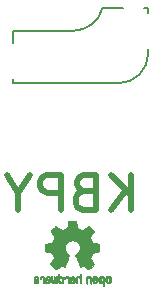
<source format=gbr>
%TF.GenerationSoftware,KiCad,Pcbnew,(5.1.6-0-10_14)*%
%TF.CreationDate,2021-03-26T09:45:15+01:00*%
%TF.ProjectId,KBPY,4b425059-2e6b-4696-9361-645f70636258,rev?*%
%TF.SameCoordinates,Original*%
%TF.FileFunction,Legend,Bot*%
%TF.FilePolarity,Positive*%
%FSLAX46Y46*%
G04 Gerber Fmt 4.6, Leading zero omitted, Abs format (unit mm)*
G04 Created by KiCad (PCBNEW (5.1.6-0-10_14)) date 2021-03-26 09:45:15*
%MOMM*%
%LPD*%
G01*
G04 APERTURE LIST*
%ADD10C,0.500000*%
%ADD11C,0.010000*%
%ADD12C,0.150000*%
G04 APERTURE END LIST*
D10*
X129801428Y-111527142D02*
X129801428Y-108527142D01*
X128087142Y-111527142D02*
X129372857Y-109812857D01*
X128087142Y-108527142D02*
X129801428Y-110241428D01*
X125801428Y-109955714D02*
X125372857Y-110098571D01*
X125230000Y-110241428D01*
X125087142Y-110527142D01*
X125087142Y-110955714D01*
X125230000Y-111241428D01*
X125372857Y-111384285D01*
X125658571Y-111527142D01*
X126801428Y-111527142D01*
X126801428Y-108527142D01*
X125801428Y-108527142D01*
X125515714Y-108670000D01*
X125372857Y-108812857D01*
X125230000Y-109098571D01*
X125230000Y-109384285D01*
X125372857Y-109670000D01*
X125515714Y-109812857D01*
X125801428Y-109955714D01*
X126801428Y-109955714D01*
X123801428Y-111527142D02*
X123801428Y-108527142D01*
X122658571Y-108527142D01*
X122372857Y-108670000D01*
X122230000Y-108812857D01*
X122087142Y-109098571D01*
X122087142Y-109527142D01*
X122230000Y-109812857D01*
X122372857Y-109955714D01*
X122658571Y-110098571D01*
X123801428Y-110098571D01*
X120230000Y-110098571D02*
X120230000Y-111527142D01*
X121230000Y-108527142D02*
X120230000Y-110098571D01*
X119230000Y-108527142D01*
D11*
%TO.C,REF\u002A\u002A*%
G36*
X127190256Y-117109918D02*
G01*
X127134799Y-117137568D01*
X127085852Y-117188480D01*
X127072371Y-117207338D01*
X127057686Y-117232015D01*
X127048158Y-117258816D01*
X127042707Y-117294587D01*
X127040253Y-117346169D01*
X127039714Y-117414267D01*
X127042148Y-117507588D01*
X127050606Y-117577657D01*
X127066826Y-117629931D01*
X127092546Y-117669869D01*
X127129503Y-117702929D01*
X127132218Y-117704886D01*
X127168640Y-117724908D01*
X127212498Y-117734815D01*
X127268276Y-117737257D01*
X127358952Y-117737257D01*
X127358990Y-117825283D01*
X127359834Y-117874308D01*
X127364976Y-117903065D01*
X127378413Y-117920311D01*
X127404142Y-117934808D01*
X127410321Y-117937769D01*
X127439236Y-117951648D01*
X127461624Y-117960414D01*
X127478271Y-117961171D01*
X127489964Y-117951023D01*
X127497490Y-117927073D01*
X127501634Y-117886426D01*
X127503185Y-117826186D01*
X127502929Y-117743455D01*
X127501651Y-117635339D01*
X127501252Y-117603000D01*
X127499815Y-117491524D01*
X127498528Y-117418603D01*
X127359029Y-117418603D01*
X127358245Y-117480499D01*
X127354760Y-117520997D01*
X127346876Y-117547708D01*
X127332895Y-117568244D01*
X127323403Y-117578260D01*
X127284596Y-117607567D01*
X127250237Y-117609952D01*
X127214784Y-117585750D01*
X127213886Y-117584857D01*
X127199461Y-117566153D01*
X127190687Y-117540732D01*
X127186261Y-117501584D01*
X127184882Y-117441697D01*
X127184857Y-117428430D01*
X127188188Y-117345901D01*
X127199031Y-117288691D01*
X127218660Y-117253766D01*
X127248350Y-117238094D01*
X127265509Y-117236514D01*
X127306234Y-117243926D01*
X127334168Y-117268330D01*
X127350983Y-117312980D01*
X127358350Y-117381130D01*
X127359029Y-117418603D01*
X127498528Y-117418603D01*
X127498292Y-117405245D01*
X127496323Y-117340333D01*
X127493550Y-117292958D01*
X127489612Y-117259290D01*
X127484151Y-117235498D01*
X127476808Y-117217753D01*
X127467223Y-117202224D01*
X127463113Y-117196381D01*
X127408595Y-117141185D01*
X127339664Y-117109890D01*
X127259928Y-117101165D01*
X127190256Y-117109918D01*
G37*
X127190256Y-117109918D02*
X127134799Y-117137568D01*
X127085852Y-117188480D01*
X127072371Y-117207338D01*
X127057686Y-117232015D01*
X127048158Y-117258816D01*
X127042707Y-117294587D01*
X127040253Y-117346169D01*
X127039714Y-117414267D01*
X127042148Y-117507588D01*
X127050606Y-117577657D01*
X127066826Y-117629931D01*
X127092546Y-117669869D01*
X127129503Y-117702929D01*
X127132218Y-117704886D01*
X127168640Y-117724908D01*
X127212498Y-117734815D01*
X127268276Y-117737257D01*
X127358952Y-117737257D01*
X127358990Y-117825283D01*
X127359834Y-117874308D01*
X127364976Y-117903065D01*
X127378413Y-117920311D01*
X127404142Y-117934808D01*
X127410321Y-117937769D01*
X127439236Y-117951648D01*
X127461624Y-117960414D01*
X127478271Y-117961171D01*
X127489964Y-117951023D01*
X127497490Y-117927073D01*
X127501634Y-117886426D01*
X127503185Y-117826186D01*
X127502929Y-117743455D01*
X127501651Y-117635339D01*
X127501252Y-117603000D01*
X127499815Y-117491524D01*
X127498528Y-117418603D01*
X127359029Y-117418603D01*
X127358245Y-117480499D01*
X127354760Y-117520997D01*
X127346876Y-117547708D01*
X127332895Y-117568244D01*
X127323403Y-117578260D01*
X127284596Y-117607567D01*
X127250237Y-117609952D01*
X127214784Y-117585750D01*
X127213886Y-117584857D01*
X127199461Y-117566153D01*
X127190687Y-117540732D01*
X127186261Y-117501584D01*
X127184882Y-117441697D01*
X127184857Y-117428430D01*
X127188188Y-117345901D01*
X127199031Y-117288691D01*
X127218660Y-117253766D01*
X127248350Y-117238094D01*
X127265509Y-117236514D01*
X127306234Y-117243926D01*
X127334168Y-117268330D01*
X127350983Y-117312980D01*
X127358350Y-117381130D01*
X127359029Y-117418603D01*
X127498528Y-117418603D01*
X127498292Y-117405245D01*
X127496323Y-117340333D01*
X127493550Y-117292958D01*
X127489612Y-117259290D01*
X127484151Y-117235498D01*
X127476808Y-117217753D01*
X127467223Y-117202224D01*
X127463113Y-117196381D01*
X127408595Y-117141185D01*
X127339664Y-117109890D01*
X127259928Y-117101165D01*
X127190256Y-117109918D01*
G36*
X126073907Y-117117780D02*
G01*
X126027328Y-117144723D01*
X125994943Y-117171466D01*
X125971258Y-117199484D01*
X125954941Y-117233748D01*
X125944661Y-117279227D01*
X125939086Y-117340892D01*
X125936884Y-117423711D01*
X125936629Y-117483246D01*
X125936629Y-117702391D01*
X125998314Y-117730044D01*
X126060000Y-117757697D01*
X126067257Y-117517670D01*
X126070256Y-117428028D01*
X126073402Y-117362962D01*
X126077299Y-117318026D01*
X126082553Y-117288770D01*
X126089769Y-117270748D01*
X126099550Y-117259511D01*
X126102688Y-117257079D01*
X126150239Y-117238083D01*
X126198303Y-117245600D01*
X126226914Y-117265543D01*
X126238553Y-117279675D01*
X126246609Y-117298220D01*
X126251729Y-117326334D01*
X126254559Y-117369173D01*
X126255744Y-117431895D01*
X126255943Y-117497261D01*
X126255982Y-117579268D01*
X126257386Y-117637316D01*
X126262086Y-117676465D01*
X126272013Y-117701780D01*
X126289097Y-117718323D01*
X126315268Y-117731156D01*
X126350225Y-117744491D01*
X126388404Y-117759007D01*
X126383859Y-117501389D01*
X126382029Y-117408519D01*
X126379888Y-117339889D01*
X126376819Y-117290711D01*
X126372206Y-117256198D01*
X126365432Y-117231562D01*
X126355881Y-117212016D01*
X126344366Y-117194770D01*
X126288810Y-117139680D01*
X126221020Y-117107822D01*
X126147287Y-117100191D01*
X126073907Y-117117780D01*
G37*
X126073907Y-117117780D02*
X126027328Y-117144723D01*
X125994943Y-117171466D01*
X125971258Y-117199484D01*
X125954941Y-117233748D01*
X125944661Y-117279227D01*
X125939086Y-117340892D01*
X125936884Y-117423711D01*
X125936629Y-117483246D01*
X125936629Y-117702391D01*
X125998314Y-117730044D01*
X126060000Y-117757697D01*
X126067257Y-117517670D01*
X126070256Y-117428028D01*
X126073402Y-117362962D01*
X126077299Y-117318026D01*
X126082553Y-117288770D01*
X126089769Y-117270748D01*
X126099550Y-117259511D01*
X126102688Y-117257079D01*
X126150239Y-117238083D01*
X126198303Y-117245600D01*
X126226914Y-117265543D01*
X126238553Y-117279675D01*
X126246609Y-117298220D01*
X126251729Y-117326334D01*
X126254559Y-117369173D01*
X126255744Y-117431895D01*
X126255943Y-117497261D01*
X126255982Y-117579268D01*
X126257386Y-117637316D01*
X126262086Y-117676465D01*
X126272013Y-117701780D01*
X126289097Y-117718323D01*
X126315268Y-117731156D01*
X126350225Y-117744491D01*
X126388404Y-117759007D01*
X126383859Y-117501389D01*
X126382029Y-117408519D01*
X126379888Y-117339889D01*
X126376819Y-117290711D01*
X126372206Y-117256198D01*
X126365432Y-117231562D01*
X126355881Y-117212016D01*
X126344366Y-117194770D01*
X126288810Y-117139680D01*
X126221020Y-117107822D01*
X126147287Y-117100191D01*
X126073907Y-117117780D01*
G36*
X127748885Y-117111962D02*
G01*
X127680855Y-117147733D01*
X127630649Y-117205301D01*
X127612815Y-117242312D01*
X127598937Y-117297882D01*
X127591833Y-117368096D01*
X127591160Y-117444727D01*
X127596573Y-117519552D01*
X127607730Y-117584342D01*
X127624286Y-117630873D01*
X127629374Y-117638887D01*
X127689645Y-117698707D01*
X127761231Y-117734535D01*
X127838908Y-117745020D01*
X127917452Y-117728810D01*
X127939311Y-117719092D01*
X127981878Y-117689143D01*
X128019237Y-117649433D01*
X128022768Y-117644397D01*
X128037119Y-117620124D01*
X128046606Y-117594178D01*
X128052210Y-117560022D01*
X128054914Y-117511119D01*
X128055701Y-117440935D01*
X128055714Y-117425200D01*
X128055678Y-117420192D01*
X127910571Y-117420192D01*
X127909727Y-117486430D01*
X127906404Y-117530386D01*
X127899417Y-117558779D01*
X127887584Y-117578325D01*
X127881543Y-117584857D01*
X127846814Y-117609680D01*
X127813097Y-117608548D01*
X127779005Y-117587016D01*
X127758671Y-117564029D01*
X127746629Y-117530478D01*
X127739866Y-117477569D01*
X127739402Y-117471399D01*
X127738248Y-117375513D01*
X127750312Y-117304299D01*
X127775430Y-117258194D01*
X127813440Y-117237635D01*
X127827008Y-117236514D01*
X127862636Y-117242152D01*
X127887006Y-117261686D01*
X127901907Y-117299042D01*
X127909125Y-117358150D01*
X127910571Y-117420192D01*
X128055678Y-117420192D01*
X128055174Y-117350413D01*
X128052904Y-117298159D01*
X128047932Y-117261949D01*
X128039287Y-117235299D01*
X128025995Y-117211722D01*
X128023057Y-117207338D01*
X127973687Y-117148249D01*
X127919891Y-117113947D01*
X127854398Y-117100331D01*
X127832158Y-117099665D01*
X127748885Y-117111962D01*
G37*
X127748885Y-117111962D02*
X127680855Y-117147733D01*
X127630649Y-117205301D01*
X127612815Y-117242312D01*
X127598937Y-117297882D01*
X127591833Y-117368096D01*
X127591160Y-117444727D01*
X127596573Y-117519552D01*
X127607730Y-117584342D01*
X127624286Y-117630873D01*
X127629374Y-117638887D01*
X127689645Y-117698707D01*
X127761231Y-117734535D01*
X127838908Y-117745020D01*
X127917452Y-117728810D01*
X127939311Y-117719092D01*
X127981878Y-117689143D01*
X128019237Y-117649433D01*
X128022768Y-117644397D01*
X128037119Y-117620124D01*
X128046606Y-117594178D01*
X128052210Y-117560022D01*
X128054914Y-117511119D01*
X128055701Y-117440935D01*
X128055714Y-117425200D01*
X128055678Y-117420192D01*
X127910571Y-117420192D01*
X127909727Y-117486430D01*
X127906404Y-117530386D01*
X127899417Y-117558779D01*
X127887584Y-117578325D01*
X127881543Y-117584857D01*
X127846814Y-117609680D01*
X127813097Y-117608548D01*
X127779005Y-117587016D01*
X127758671Y-117564029D01*
X127746629Y-117530478D01*
X127739866Y-117477569D01*
X127739402Y-117471399D01*
X127738248Y-117375513D01*
X127750312Y-117304299D01*
X127775430Y-117258194D01*
X127813440Y-117237635D01*
X127827008Y-117236514D01*
X127862636Y-117242152D01*
X127887006Y-117261686D01*
X127901907Y-117299042D01*
X127909125Y-117358150D01*
X127910571Y-117420192D01*
X128055678Y-117420192D01*
X128055174Y-117350413D01*
X128052904Y-117298159D01*
X128047932Y-117261949D01*
X128039287Y-117235299D01*
X128025995Y-117211722D01*
X128023057Y-117207338D01*
X127973687Y-117148249D01*
X127919891Y-117113947D01*
X127854398Y-117100331D01*
X127832158Y-117099665D01*
X127748885Y-117111962D01*
G36*
X126621697Y-117121239D02*
G01*
X126564473Y-117159735D01*
X126520251Y-117215335D01*
X126493833Y-117286086D01*
X126488490Y-117338162D01*
X126489097Y-117359893D01*
X126494178Y-117376531D01*
X126508145Y-117391437D01*
X126535411Y-117407973D01*
X126580388Y-117429498D01*
X126647489Y-117459374D01*
X126647829Y-117459524D01*
X126709593Y-117487813D01*
X126760241Y-117512933D01*
X126794596Y-117532179D01*
X126807482Y-117542848D01*
X126807486Y-117542934D01*
X126796128Y-117566166D01*
X126769569Y-117591774D01*
X126739077Y-117610221D01*
X126723630Y-117613886D01*
X126681485Y-117601212D01*
X126645192Y-117569471D01*
X126627483Y-117534572D01*
X126610448Y-117508845D01*
X126577078Y-117479546D01*
X126537851Y-117454235D01*
X126503244Y-117440471D01*
X126496007Y-117439714D01*
X126487861Y-117452160D01*
X126487370Y-117483972D01*
X126493357Y-117526866D01*
X126504643Y-117572558D01*
X126520050Y-117612761D01*
X126520829Y-117614322D01*
X126567196Y-117679062D01*
X126627289Y-117723097D01*
X126695535Y-117744711D01*
X126766362Y-117742185D01*
X126834196Y-117713804D01*
X126837212Y-117711808D01*
X126890573Y-117663448D01*
X126925660Y-117600352D01*
X126945078Y-117517387D01*
X126947684Y-117494078D01*
X126952299Y-117384055D01*
X126946767Y-117332748D01*
X126807486Y-117332748D01*
X126805676Y-117364753D01*
X126795778Y-117374093D01*
X126771102Y-117367105D01*
X126732205Y-117350587D01*
X126688725Y-117329881D01*
X126687644Y-117329333D01*
X126650791Y-117309949D01*
X126636000Y-117297013D01*
X126639647Y-117283451D01*
X126655005Y-117265632D01*
X126694077Y-117239845D01*
X126736154Y-117237950D01*
X126773897Y-117256717D01*
X126799966Y-117292915D01*
X126807486Y-117332748D01*
X126946767Y-117332748D01*
X126942806Y-117296027D01*
X126918450Y-117226212D01*
X126884544Y-117177302D01*
X126823347Y-117127878D01*
X126755937Y-117103359D01*
X126687120Y-117101797D01*
X126621697Y-117121239D01*
G37*
X126621697Y-117121239D02*
X126564473Y-117159735D01*
X126520251Y-117215335D01*
X126493833Y-117286086D01*
X126488490Y-117338162D01*
X126489097Y-117359893D01*
X126494178Y-117376531D01*
X126508145Y-117391437D01*
X126535411Y-117407973D01*
X126580388Y-117429498D01*
X126647489Y-117459374D01*
X126647829Y-117459524D01*
X126709593Y-117487813D01*
X126760241Y-117512933D01*
X126794596Y-117532179D01*
X126807482Y-117542848D01*
X126807486Y-117542934D01*
X126796128Y-117566166D01*
X126769569Y-117591774D01*
X126739077Y-117610221D01*
X126723630Y-117613886D01*
X126681485Y-117601212D01*
X126645192Y-117569471D01*
X126627483Y-117534572D01*
X126610448Y-117508845D01*
X126577078Y-117479546D01*
X126537851Y-117454235D01*
X126503244Y-117440471D01*
X126496007Y-117439714D01*
X126487861Y-117452160D01*
X126487370Y-117483972D01*
X126493357Y-117526866D01*
X126504643Y-117572558D01*
X126520050Y-117612761D01*
X126520829Y-117614322D01*
X126567196Y-117679062D01*
X126627289Y-117723097D01*
X126695535Y-117744711D01*
X126766362Y-117742185D01*
X126834196Y-117713804D01*
X126837212Y-117711808D01*
X126890573Y-117663448D01*
X126925660Y-117600352D01*
X126945078Y-117517387D01*
X126947684Y-117494078D01*
X126952299Y-117384055D01*
X126946767Y-117332748D01*
X126807486Y-117332748D01*
X126805676Y-117364753D01*
X126795778Y-117374093D01*
X126771102Y-117367105D01*
X126732205Y-117350587D01*
X126688725Y-117329881D01*
X126687644Y-117329333D01*
X126650791Y-117309949D01*
X126636000Y-117297013D01*
X126639647Y-117283451D01*
X126655005Y-117265632D01*
X126694077Y-117239845D01*
X126736154Y-117237950D01*
X126773897Y-117256717D01*
X126799966Y-117292915D01*
X126807486Y-117332748D01*
X126946767Y-117332748D01*
X126942806Y-117296027D01*
X126918450Y-117226212D01*
X126884544Y-117177302D01*
X126823347Y-117127878D01*
X126755937Y-117103359D01*
X126687120Y-117101797D01*
X126621697Y-117121239D01*
G36*
X125414114Y-117041289D02*
G01*
X125409861Y-117100613D01*
X125404975Y-117135572D01*
X125398205Y-117150820D01*
X125388298Y-117151015D01*
X125385086Y-117149195D01*
X125342356Y-117136015D01*
X125286773Y-117136785D01*
X125230263Y-117150333D01*
X125194918Y-117167861D01*
X125158679Y-117195861D01*
X125132187Y-117227549D01*
X125114001Y-117267813D01*
X125102678Y-117321543D01*
X125096778Y-117393626D01*
X125094857Y-117488951D01*
X125094823Y-117507237D01*
X125094800Y-117712646D01*
X125140509Y-117728580D01*
X125172973Y-117739420D01*
X125190785Y-117744468D01*
X125191309Y-117744514D01*
X125193063Y-117730828D01*
X125194556Y-117693076D01*
X125195674Y-117636224D01*
X125196303Y-117565234D01*
X125196400Y-117522073D01*
X125196602Y-117436973D01*
X125197642Y-117375981D01*
X125200169Y-117334177D01*
X125204836Y-117306642D01*
X125212293Y-117288456D01*
X125223189Y-117274698D01*
X125229993Y-117268073D01*
X125276728Y-117241375D01*
X125327728Y-117239375D01*
X125373999Y-117261955D01*
X125382556Y-117270107D01*
X125395107Y-117285436D01*
X125403812Y-117303618D01*
X125409369Y-117329909D01*
X125412474Y-117369562D01*
X125413824Y-117427832D01*
X125414114Y-117508173D01*
X125414114Y-117712646D01*
X125459823Y-117728580D01*
X125492287Y-117739420D01*
X125510099Y-117744468D01*
X125510623Y-117744514D01*
X125511963Y-117730623D01*
X125513172Y-117691439D01*
X125514199Y-117630700D01*
X125514998Y-117552141D01*
X125515519Y-117459498D01*
X125515714Y-117356509D01*
X125515714Y-116959342D01*
X125468543Y-116939444D01*
X125421371Y-116919547D01*
X125414114Y-117041289D01*
G37*
X125414114Y-117041289D02*
X125409861Y-117100613D01*
X125404975Y-117135572D01*
X125398205Y-117150820D01*
X125388298Y-117151015D01*
X125385086Y-117149195D01*
X125342356Y-117136015D01*
X125286773Y-117136785D01*
X125230263Y-117150333D01*
X125194918Y-117167861D01*
X125158679Y-117195861D01*
X125132187Y-117227549D01*
X125114001Y-117267813D01*
X125102678Y-117321543D01*
X125096778Y-117393626D01*
X125094857Y-117488951D01*
X125094823Y-117507237D01*
X125094800Y-117712646D01*
X125140509Y-117728580D01*
X125172973Y-117739420D01*
X125190785Y-117744468D01*
X125191309Y-117744514D01*
X125193063Y-117730828D01*
X125194556Y-117693076D01*
X125195674Y-117636224D01*
X125196303Y-117565234D01*
X125196400Y-117522073D01*
X125196602Y-117436973D01*
X125197642Y-117375981D01*
X125200169Y-117334177D01*
X125204836Y-117306642D01*
X125212293Y-117288456D01*
X125223189Y-117274698D01*
X125229993Y-117268073D01*
X125276728Y-117241375D01*
X125327728Y-117239375D01*
X125373999Y-117261955D01*
X125382556Y-117270107D01*
X125395107Y-117285436D01*
X125403812Y-117303618D01*
X125409369Y-117329909D01*
X125412474Y-117369562D01*
X125413824Y-117427832D01*
X125414114Y-117508173D01*
X125414114Y-117712646D01*
X125459823Y-117728580D01*
X125492287Y-117739420D01*
X125510099Y-117744468D01*
X125510623Y-117744514D01*
X125511963Y-117730623D01*
X125513172Y-117691439D01*
X125514199Y-117630700D01*
X125514998Y-117552141D01*
X125515519Y-117459498D01*
X125515714Y-117356509D01*
X125515714Y-116959342D01*
X125468543Y-116939444D01*
X125421371Y-116919547D01*
X125414114Y-117041289D01*
G36*
X124750256Y-117140968D02*
G01*
X124693384Y-117162087D01*
X124692733Y-117162493D01*
X124657560Y-117188380D01*
X124631593Y-117218633D01*
X124613330Y-117258058D01*
X124601268Y-117311462D01*
X124593904Y-117383651D01*
X124589736Y-117479432D01*
X124589371Y-117493078D01*
X124584124Y-117698842D01*
X124628284Y-117721678D01*
X124660237Y-117737110D01*
X124679530Y-117744423D01*
X124680422Y-117744514D01*
X124683761Y-117731022D01*
X124686413Y-117694626D01*
X124688044Y-117641452D01*
X124688400Y-117598393D01*
X124688408Y-117528641D01*
X124691597Y-117484837D01*
X124702712Y-117463944D01*
X124726499Y-117462925D01*
X124767704Y-117478741D01*
X124829914Y-117507815D01*
X124875659Y-117531963D01*
X124899187Y-117552913D01*
X124906104Y-117575747D01*
X124906114Y-117576877D01*
X124894701Y-117616212D01*
X124860908Y-117637462D01*
X124809191Y-117640539D01*
X124771939Y-117640006D01*
X124752297Y-117650735D01*
X124740048Y-117676505D01*
X124732998Y-117709337D01*
X124743158Y-117727966D01*
X124746983Y-117730632D01*
X124782999Y-117741340D01*
X124833434Y-117742856D01*
X124885374Y-117735759D01*
X124922178Y-117722788D01*
X124973062Y-117679585D01*
X125001986Y-117619446D01*
X125007714Y-117572462D01*
X125003343Y-117530082D01*
X124987525Y-117495488D01*
X124956203Y-117464763D01*
X124905322Y-117433990D01*
X124830824Y-117399252D01*
X124826286Y-117397288D01*
X124759179Y-117366287D01*
X124717768Y-117340862D01*
X124700019Y-117318014D01*
X124703893Y-117294745D01*
X124727357Y-117268056D01*
X124734373Y-117261914D01*
X124781370Y-117238100D01*
X124830067Y-117239103D01*
X124872478Y-117262451D01*
X124900616Y-117305675D01*
X124903231Y-117314160D01*
X124928692Y-117355308D01*
X124960999Y-117375128D01*
X125007714Y-117394770D01*
X125007714Y-117343950D01*
X124993504Y-117270082D01*
X124951325Y-117202327D01*
X124929376Y-117179661D01*
X124879483Y-117150569D01*
X124816033Y-117137400D01*
X124750256Y-117140968D01*
G37*
X124750256Y-117140968D02*
X124693384Y-117162087D01*
X124692733Y-117162493D01*
X124657560Y-117188380D01*
X124631593Y-117218633D01*
X124613330Y-117258058D01*
X124601268Y-117311462D01*
X124593904Y-117383651D01*
X124589736Y-117479432D01*
X124589371Y-117493078D01*
X124584124Y-117698842D01*
X124628284Y-117721678D01*
X124660237Y-117737110D01*
X124679530Y-117744423D01*
X124680422Y-117744514D01*
X124683761Y-117731022D01*
X124686413Y-117694626D01*
X124688044Y-117641452D01*
X124688400Y-117598393D01*
X124688408Y-117528641D01*
X124691597Y-117484837D01*
X124702712Y-117463944D01*
X124726499Y-117462925D01*
X124767704Y-117478741D01*
X124829914Y-117507815D01*
X124875659Y-117531963D01*
X124899187Y-117552913D01*
X124906104Y-117575747D01*
X124906114Y-117576877D01*
X124894701Y-117616212D01*
X124860908Y-117637462D01*
X124809191Y-117640539D01*
X124771939Y-117640006D01*
X124752297Y-117650735D01*
X124740048Y-117676505D01*
X124732998Y-117709337D01*
X124743158Y-117727966D01*
X124746983Y-117730632D01*
X124782999Y-117741340D01*
X124833434Y-117742856D01*
X124885374Y-117735759D01*
X124922178Y-117722788D01*
X124973062Y-117679585D01*
X125001986Y-117619446D01*
X125007714Y-117572462D01*
X125003343Y-117530082D01*
X124987525Y-117495488D01*
X124956203Y-117464763D01*
X124905322Y-117433990D01*
X124830824Y-117399252D01*
X124826286Y-117397288D01*
X124759179Y-117366287D01*
X124717768Y-117340862D01*
X124700019Y-117318014D01*
X124703893Y-117294745D01*
X124727357Y-117268056D01*
X124734373Y-117261914D01*
X124781370Y-117238100D01*
X124830067Y-117239103D01*
X124872478Y-117262451D01*
X124900616Y-117305675D01*
X124903231Y-117314160D01*
X124928692Y-117355308D01*
X124960999Y-117375128D01*
X125007714Y-117394770D01*
X125007714Y-117343950D01*
X124993504Y-117270082D01*
X124951325Y-117202327D01*
X124929376Y-117179661D01*
X124879483Y-117150569D01*
X124816033Y-117137400D01*
X124750256Y-117140968D01*
G36*
X124260074Y-117139755D02*
G01*
X124194142Y-117164084D01*
X124140727Y-117207117D01*
X124119836Y-117237409D01*
X124097061Y-117292994D01*
X124097534Y-117333186D01*
X124121438Y-117360217D01*
X124130283Y-117364813D01*
X124168470Y-117379144D01*
X124187972Y-117375472D01*
X124194578Y-117351407D01*
X124194914Y-117338114D01*
X124207008Y-117289210D01*
X124238529Y-117254999D01*
X124282341Y-117238476D01*
X124331305Y-117242634D01*
X124371106Y-117264227D01*
X124384550Y-117276544D01*
X124394079Y-117291487D01*
X124400515Y-117314075D01*
X124404683Y-117349328D01*
X124407403Y-117402266D01*
X124409498Y-117477907D01*
X124410040Y-117501857D01*
X124412019Y-117583790D01*
X124414269Y-117641455D01*
X124417643Y-117679608D01*
X124422994Y-117703004D01*
X124431176Y-117716398D01*
X124443041Y-117724545D01*
X124450638Y-117728144D01*
X124482898Y-117740452D01*
X124501889Y-117744514D01*
X124508164Y-117730948D01*
X124511994Y-117689934D01*
X124513400Y-117620999D01*
X124512402Y-117523669D01*
X124512092Y-117508657D01*
X124509899Y-117419859D01*
X124507307Y-117355019D01*
X124503618Y-117309067D01*
X124498136Y-117276935D01*
X124490165Y-117253553D01*
X124479007Y-117233852D01*
X124473170Y-117225410D01*
X124439704Y-117188057D01*
X124402273Y-117159003D01*
X124397691Y-117156467D01*
X124330574Y-117136443D01*
X124260074Y-117139755D01*
G37*
X124260074Y-117139755D02*
X124194142Y-117164084D01*
X124140727Y-117207117D01*
X124119836Y-117237409D01*
X124097061Y-117292994D01*
X124097534Y-117333186D01*
X124121438Y-117360217D01*
X124130283Y-117364813D01*
X124168470Y-117379144D01*
X124187972Y-117375472D01*
X124194578Y-117351407D01*
X124194914Y-117338114D01*
X124207008Y-117289210D01*
X124238529Y-117254999D01*
X124282341Y-117238476D01*
X124331305Y-117242634D01*
X124371106Y-117264227D01*
X124384550Y-117276544D01*
X124394079Y-117291487D01*
X124400515Y-117314075D01*
X124404683Y-117349328D01*
X124407403Y-117402266D01*
X124409498Y-117477907D01*
X124410040Y-117501857D01*
X124412019Y-117583790D01*
X124414269Y-117641455D01*
X124417643Y-117679608D01*
X124422994Y-117703004D01*
X124431176Y-117716398D01*
X124443041Y-117724545D01*
X124450638Y-117728144D01*
X124482898Y-117740452D01*
X124501889Y-117744514D01*
X124508164Y-117730948D01*
X124511994Y-117689934D01*
X124513400Y-117620999D01*
X124512402Y-117523669D01*
X124512092Y-117508657D01*
X124509899Y-117419859D01*
X124507307Y-117355019D01*
X124503618Y-117309067D01*
X124498136Y-117276935D01*
X124490165Y-117253553D01*
X124479007Y-117233852D01*
X124473170Y-117225410D01*
X124439704Y-117188057D01*
X124402273Y-117159003D01*
X124397691Y-117156467D01*
X124330574Y-117136443D01*
X124260074Y-117139755D01*
G36*
X123599883Y-117255358D02*
G01*
X123600067Y-117363837D01*
X123600781Y-117447287D01*
X123602325Y-117509704D01*
X123604999Y-117555085D01*
X123609106Y-117587429D01*
X123614945Y-117610733D01*
X123622818Y-117628995D01*
X123628779Y-117639418D01*
X123678145Y-117695945D01*
X123740736Y-117731377D01*
X123809987Y-117744090D01*
X123879332Y-117732463D01*
X123920625Y-117711568D01*
X123963975Y-117675422D01*
X123993519Y-117631276D01*
X124011345Y-117573462D01*
X124019537Y-117496313D01*
X124020698Y-117439714D01*
X124020542Y-117435647D01*
X123919143Y-117435647D01*
X123918524Y-117500550D01*
X123915686Y-117543514D01*
X123909160Y-117571622D01*
X123897477Y-117591953D01*
X123883517Y-117607288D01*
X123836635Y-117636890D01*
X123786299Y-117639419D01*
X123738724Y-117614705D01*
X123735021Y-117611356D01*
X123719217Y-117593935D01*
X123709307Y-117573209D01*
X123703942Y-117542362D01*
X123701772Y-117494577D01*
X123701429Y-117441748D01*
X123702173Y-117375381D01*
X123705252Y-117331106D01*
X123711939Y-117302009D01*
X123723504Y-117281173D01*
X123732987Y-117270107D01*
X123777040Y-117242198D01*
X123827776Y-117238843D01*
X123876204Y-117260159D01*
X123885550Y-117268073D01*
X123901460Y-117285647D01*
X123911390Y-117306587D01*
X123916722Y-117337782D01*
X123918837Y-117386122D01*
X123919143Y-117435647D01*
X124020542Y-117435647D01*
X124017190Y-117348568D01*
X124005274Y-117280086D01*
X123982865Y-117228600D01*
X123947876Y-117188443D01*
X123920625Y-117167861D01*
X123871093Y-117145625D01*
X123813684Y-117135304D01*
X123760318Y-117138067D01*
X123730457Y-117149212D01*
X123718739Y-117152383D01*
X123710963Y-117140557D01*
X123705535Y-117108866D01*
X123701429Y-117060593D01*
X123696933Y-117006829D01*
X123690687Y-116974482D01*
X123679324Y-116955985D01*
X123659472Y-116943770D01*
X123647000Y-116938362D01*
X123599829Y-116918601D01*
X123599883Y-117255358D01*
G37*
X123599883Y-117255358D02*
X123600067Y-117363837D01*
X123600781Y-117447287D01*
X123602325Y-117509704D01*
X123604999Y-117555085D01*
X123609106Y-117587429D01*
X123614945Y-117610733D01*
X123622818Y-117628995D01*
X123628779Y-117639418D01*
X123678145Y-117695945D01*
X123740736Y-117731377D01*
X123809987Y-117744090D01*
X123879332Y-117732463D01*
X123920625Y-117711568D01*
X123963975Y-117675422D01*
X123993519Y-117631276D01*
X124011345Y-117573462D01*
X124019537Y-117496313D01*
X124020698Y-117439714D01*
X124020542Y-117435647D01*
X123919143Y-117435647D01*
X123918524Y-117500550D01*
X123915686Y-117543514D01*
X123909160Y-117571622D01*
X123897477Y-117591953D01*
X123883517Y-117607288D01*
X123836635Y-117636890D01*
X123786299Y-117639419D01*
X123738724Y-117614705D01*
X123735021Y-117611356D01*
X123719217Y-117593935D01*
X123709307Y-117573209D01*
X123703942Y-117542362D01*
X123701772Y-117494577D01*
X123701429Y-117441748D01*
X123702173Y-117375381D01*
X123705252Y-117331106D01*
X123711939Y-117302009D01*
X123723504Y-117281173D01*
X123732987Y-117270107D01*
X123777040Y-117242198D01*
X123827776Y-117238843D01*
X123876204Y-117260159D01*
X123885550Y-117268073D01*
X123901460Y-117285647D01*
X123911390Y-117306587D01*
X123916722Y-117337782D01*
X123918837Y-117386122D01*
X123919143Y-117435647D01*
X124020542Y-117435647D01*
X124017190Y-117348568D01*
X124005274Y-117280086D01*
X123982865Y-117228600D01*
X123947876Y-117188443D01*
X123920625Y-117167861D01*
X123871093Y-117145625D01*
X123813684Y-117135304D01*
X123760318Y-117138067D01*
X123730457Y-117149212D01*
X123718739Y-117152383D01*
X123710963Y-117140557D01*
X123705535Y-117108866D01*
X123701429Y-117060593D01*
X123696933Y-117006829D01*
X123690687Y-116974482D01*
X123679324Y-116955985D01*
X123659472Y-116943770D01*
X123647000Y-116938362D01*
X123599829Y-116918601D01*
X123599883Y-117255358D01*
G36*
X123010167Y-117148663D02*
G01*
X123007952Y-117186850D01*
X123006216Y-117244886D01*
X123005101Y-117318180D01*
X123004743Y-117395055D01*
X123004743Y-117655196D01*
X123050674Y-117701127D01*
X123082325Y-117729429D01*
X123110110Y-117740893D01*
X123148085Y-117740168D01*
X123163160Y-117738321D01*
X123210274Y-117732948D01*
X123249244Y-117729869D01*
X123258743Y-117729585D01*
X123290767Y-117731445D01*
X123336568Y-117736114D01*
X123354326Y-117738321D01*
X123397943Y-117741735D01*
X123427255Y-117734320D01*
X123456320Y-117711427D01*
X123466812Y-117701127D01*
X123512743Y-117655196D01*
X123512743Y-117168602D01*
X123475774Y-117151758D01*
X123443941Y-117139282D01*
X123425317Y-117134914D01*
X123420542Y-117148718D01*
X123416079Y-117187286D01*
X123412225Y-117246356D01*
X123409278Y-117321663D01*
X123407857Y-117385286D01*
X123403886Y-117635657D01*
X123369241Y-117640556D01*
X123337732Y-117637131D01*
X123322292Y-117626041D01*
X123317977Y-117605308D01*
X123314292Y-117561145D01*
X123311531Y-117499146D01*
X123309988Y-117424909D01*
X123309765Y-117386706D01*
X123309543Y-117166783D01*
X123263834Y-117150849D01*
X123231482Y-117140015D01*
X123213885Y-117134962D01*
X123213377Y-117134914D01*
X123211612Y-117148648D01*
X123209671Y-117186730D01*
X123207718Y-117244482D01*
X123205916Y-117317227D01*
X123204657Y-117385286D01*
X123200686Y-117635657D01*
X123113600Y-117635657D01*
X123109604Y-117407240D01*
X123105608Y-117178822D01*
X123063153Y-117156868D01*
X123031808Y-117141793D01*
X123013256Y-117134951D01*
X123012721Y-117134914D01*
X123010167Y-117148663D01*
G37*
X123010167Y-117148663D02*
X123007952Y-117186850D01*
X123006216Y-117244886D01*
X123005101Y-117318180D01*
X123004743Y-117395055D01*
X123004743Y-117655196D01*
X123050674Y-117701127D01*
X123082325Y-117729429D01*
X123110110Y-117740893D01*
X123148085Y-117740168D01*
X123163160Y-117738321D01*
X123210274Y-117732948D01*
X123249244Y-117729869D01*
X123258743Y-117729585D01*
X123290767Y-117731445D01*
X123336568Y-117736114D01*
X123354326Y-117738321D01*
X123397943Y-117741735D01*
X123427255Y-117734320D01*
X123456320Y-117711427D01*
X123466812Y-117701127D01*
X123512743Y-117655196D01*
X123512743Y-117168602D01*
X123475774Y-117151758D01*
X123443941Y-117139282D01*
X123425317Y-117134914D01*
X123420542Y-117148718D01*
X123416079Y-117187286D01*
X123412225Y-117246356D01*
X123409278Y-117321663D01*
X123407857Y-117385286D01*
X123403886Y-117635657D01*
X123369241Y-117640556D01*
X123337732Y-117637131D01*
X123322292Y-117626041D01*
X123317977Y-117605308D01*
X123314292Y-117561145D01*
X123311531Y-117499146D01*
X123309988Y-117424909D01*
X123309765Y-117386706D01*
X123309543Y-117166783D01*
X123263834Y-117150849D01*
X123231482Y-117140015D01*
X123213885Y-117134962D01*
X123213377Y-117134914D01*
X123211612Y-117148648D01*
X123209671Y-117186730D01*
X123207718Y-117244482D01*
X123205916Y-117317227D01*
X123204657Y-117385286D01*
X123200686Y-117635657D01*
X123113600Y-117635657D01*
X123109604Y-117407240D01*
X123105608Y-117178822D01*
X123063153Y-117156868D01*
X123031808Y-117141793D01*
X123013256Y-117134951D01*
X123012721Y-117134914D01*
X123010167Y-117148663D01*
G36*
X122645124Y-117146335D02*
G01*
X122603333Y-117165344D01*
X122570531Y-117188378D01*
X122546497Y-117214133D01*
X122529903Y-117247358D01*
X122519423Y-117292800D01*
X122513729Y-117355207D01*
X122511493Y-117439327D01*
X122511257Y-117494721D01*
X122511257Y-117710826D01*
X122548226Y-117727670D01*
X122577344Y-117739981D01*
X122591769Y-117744514D01*
X122594528Y-117731025D01*
X122596718Y-117694653D01*
X122598058Y-117641542D01*
X122598343Y-117599372D01*
X122599566Y-117538447D01*
X122602864Y-117490115D01*
X122607679Y-117460518D01*
X122611504Y-117454229D01*
X122637217Y-117460652D01*
X122677582Y-117477125D01*
X122724321Y-117499458D01*
X122769155Y-117523457D01*
X122803807Y-117544930D01*
X122819998Y-117559685D01*
X122820062Y-117559845D01*
X122818670Y-117587152D01*
X122806182Y-117613219D01*
X122784257Y-117634392D01*
X122752257Y-117641474D01*
X122724908Y-117640649D01*
X122686174Y-117640042D01*
X122665842Y-117649116D01*
X122653631Y-117673092D01*
X122652091Y-117677613D01*
X122646797Y-117711806D01*
X122660953Y-117732568D01*
X122697852Y-117742462D01*
X122737711Y-117744292D01*
X122809438Y-117730727D01*
X122846568Y-117711355D01*
X122892424Y-117665845D01*
X122916744Y-117609983D01*
X122918927Y-117550957D01*
X122898371Y-117495953D01*
X122867451Y-117461486D01*
X122836580Y-117442189D01*
X122788058Y-117417759D01*
X122731515Y-117392985D01*
X122722090Y-117389199D01*
X122659981Y-117361791D01*
X122624178Y-117337634D01*
X122612663Y-117313619D01*
X122623420Y-117286635D01*
X122641886Y-117265543D01*
X122685531Y-117239572D01*
X122733554Y-117237624D01*
X122777594Y-117257637D01*
X122809291Y-117297551D01*
X122813451Y-117307848D01*
X122837673Y-117345724D01*
X122873035Y-117373842D01*
X122917657Y-117396917D01*
X122917657Y-117331485D01*
X122915031Y-117291506D01*
X122903770Y-117259997D01*
X122878801Y-117226378D01*
X122854831Y-117200484D01*
X122817559Y-117163817D01*
X122788599Y-117144121D01*
X122757495Y-117136220D01*
X122722287Y-117134914D01*
X122645124Y-117146335D01*
G37*
X122645124Y-117146335D02*
X122603333Y-117165344D01*
X122570531Y-117188378D01*
X122546497Y-117214133D01*
X122529903Y-117247358D01*
X122519423Y-117292800D01*
X122513729Y-117355207D01*
X122511493Y-117439327D01*
X122511257Y-117494721D01*
X122511257Y-117710826D01*
X122548226Y-117727670D01*
X122577344Y-117739981D01*
X122591769Y-117744514D01*
X122594528Y-117731025D01*
X122596718Y-117694653D01*
X122598058Y-117641542D01*
X122598343Y-117599372D01*
X122599566Y-117538447D01*
X122602864Y-117490115D01*
X122607679Y-117460518D01*
X122611504Y-117454229D01*
X122637217Y-117460652D01*
X122677582Y-117477125D01*
X122724321Y-117499458D01*
X122769155Y-117523457D01*
X122803807Y-117544930D01*
X122819998Y-117559685D01*
X122820062Y-117559845D01*
X122818670Y-117587152D01*
X122806182Y-117613219D01*
X122784257Y-117634392D01*
X122752257Y-117641474D01*
X122724908Y-117640649D01*
X122686174Y-117640042D01*
X122665842Y-117649116D01*
X122653631Y-117673092D01*
X122652091Y-117677613D01*
X122646797Y-117711806D01*
X122660953Y-117732568D01*
X122697852Y-117742462D01*
X122737711Y-117744292D01*
X122809438Y-117730727D01*
X122846568Y-117711355D01*
X122892424Y-117665845D01*
X122916744Y-117609983D01*
X122918927Y-117550957D01*
X122898371Y-117495953D01*
X122867451Y-117461486D01*
X122836580Y-117442189D01*
X122788058Y-117417759D01*
X122731515Y-117392985D01*
X122722090Y-117389199D01*
X122659981Y-117361791D01*
X122624178Y-117337634D01*
X122612663Y-117313619D01*
X122623420Y-117286635D01*
X122641886Y-117265543D01*
X122685531Y-117239572D01*
X122733554Y-117237624D01*
X122777594Y-117257637D01*
X122809291Y-117297551D01*
X122813451Y-117307848D01*
X122837673Y-117345724D01*
X122873035Y-117373842D01*
X122917657Y-117396917D01*
X122917657Y-117331485D01*
X122915031Y-117291506D01*
X122903770Y-117259997D01*
X122878801Y-117226378D01*
X122854831Y-117200484D01*
X122817559Y-117163817D01*
X122788599Y-117144121D01*
X122757495Y-117136220D01*
X122722287Y-117134914D01*
X122645124Y-117146335D01*
G36*
X122137400Y-117148752D02*
G01*
X122120052Y-117156334D01*
X122078644Y-117189128D01*
X122043235Y-117236547D01*
X122021336Y-117287151D01*
X122017771Y-117312098D01*
X122029721Y-117346927D01*
X122055933Y-117365357D01*
X122084036Y-117376516D01*
X122096905Y-117378572D01*
X122103171Y-117363649D01*
X122115544Y-117331175D01*
X122120972Y-117316502D01*
X122151410Y-117265744D01*
X122195480Y-117240427D01*
X122251990Y-117241206D01*
X122256175Y-117242203D01*
X122286345Y-117256507D01*
X122308524Y-117284393D01*
X122323673Y-117329287D01*
X122332750Y-117394615D01*
X122336714Y-117483804D01*
X122337086Y-117531261D01*
X122337270Y-117606071D01*
X122338478Y-117657069D01*
X122341691Y-117689471D01*
X122347891Y-117708495D01*
X122358060Y-117719356D01*
X122373181Y-117727272D01*
X122374054Y-117727670D01*
X122403172Y-117739981D01*
X122417597Y-117744514D01*
X122419814Y-117730809D01*
X122421711Y-117692925D01*
X122423153Y-117635715D01*
X122424002Y-117564027D01*
X122424171Y-117511565D01*
X122423308Y-117410047D01*
X122419930Y-117333032D01*
X122412858Y-117276023D01*
X122400912Y-117234526D01*
X122382910Y-117204043D01*
X122357673Y-117180080D01*
X122332753Y-117163355D01*
X122272829Y-117141097D01*
X122203089Y-117136076D01*
X122137400Y-117148752D01*
G37*
X122137400Y-117148752D02*
X122120052Y-117156334D01*
X122078644Y-117189128D01*
X122043235Y-117236547D01*
X122021336Y-117287151D01*
X122017771Y-117312098D01*
X122029721Y-117346927D01*
X122055933Y-117365357D01*
X122084036Y-117376516D01*
X122096905Y-117378572D01*
X122103171Y-117363649D01*
X122115544Y-117331175D01*
X122120972Y-117316502D01*
X122151410Y-117265744D01*
X122195480Y-117240427D01*
X122251990Y-117241206D01*
X122256175Y-117242203D01*
X122286345Y-117256507D01*
X122308524Y-117284393D01*
X122323673Y-117329287D01*
X122332750Y-117394615D01*
X122336714Y-117483804D01*
X122337086Y-117531261D01*
X122337270Y-117606071D01*
X122338478Y-117657069D01*
X122341691Y-117689471D01*
X122347891Y-117708495D01*
X122358060Y-117719356D01*
X122373181Y-117727272D01*
X122374054Y-117727670D01*
X122403172Y-117739981D01*
X122417597Y-117744514D01*
X122419814Y-117730809D01*
X122421711Y-117692925D01*
X122423153Y-117635715D01*
X122424002Y-117564027D01*
X122424171Y-117511565D01*
X122423308Y-117410047D01*
X122419930Y-117333032D01*
X122412858Y-117276023D01*
X122400912Y-117234526D01*
X122382910Y-117204043D01*
X122357673Y-117180080D01*
X122332753Y-117163355D01*
X122272829Y-117141097D01*
X122203089Y-117136076D01*
X122137400Y-117148752D01*
G36*
X121636405Y-117156966D02*
G01*
X121578979Y-117194497D01*
X121551281Y-117228096D01*
X121529338Y-117289064D01*
X121527595Y-117337308D01*
X121531543Y-117401816D01*
X121680314Y-117466934D01*
X121752651Y-117500202D01*
X121799916Y-117526964D01*
X121824493Y-117550144D01*
X121828763Y-117572667D01*
X121815111Y-117597455D01*
X121800057Y-117613886D01*
X121756254Y-117640235D01*
X121708611Y-117642081D01*
X121664855Y-117621546D01*
X121632711Y-117580752D01*
X121626962Y-117566347D01*
X121599424Y-117521356D01*
X121567742Y-117502182D01*
X121524286Y-117485779D01*
X121524286Y-117547966D01*
X121528128Y-117590283D01*
X121543177Y-117625969D01*
X121574720Y-117666943D01*
X121579408Y-117672267D01*
X121614494Y-117708720D01*
X121644653Y-117728283D01*
X121682385Y-117737283D01*
X121713665Y-117740230D01*
X121769615Y-117740965D01*
X121809445Y-117731660D01*
X121834292Y-117717846D01*
X121873344Y-117687467D01*
X121900375Y-117654613D01*
X121917483Y-117613294D01*
X121926762Y-117557521D01*
X121930307Y-117481305D01*
X121930590Y-117442622D01*
X121929628Y-117396247D01*
X121841993Y-117396247D01*
X121840977Y-117421126D01*
X121838444Y-117425200D01*
X121821726Y-117419665D01*
X121785751Y-117405017D01*
X121737669Y-117384190D01*
X121727614Y-117379714D01*
X121666848Y-117348814D01*
X121633368Y-117321657D01*
X121626010Y-117296220D01*
X121643609Y-117270481D01*
X121658144Y-117259109D01*
X121710590Y-117236364D01*
X121759678Y-117240122D01*
X121800773Y-117267884D01*
X121829242Y-117317152D01*
X121838369Y-117356257D01*
X121841993Y-117396247D01*
X121929628Y-117396247D01*
X121928715Y-117352249D01*
X121921804Y-117285384D01*
X121908116Y-117236695D01*
X121885904Y-117200849D01*
X121853426Y-117172513D01*
X121839267Y-117163355D01*
X121774947Y-117139507D01*
X121704527Y-117138006D01*
X121636405Y-117156966D01*
G37*
X121636405Y-117156966D02*
X121578979Y-117194497D01*
X121551281Y-117228096D01*
X121529338Y-117289064D01*
X121527595Y-117337308D01*
X121531543Y-117401816D01*
X121680314Y-117466934D01*
X121752651Y-117500202D01*
X121799916Y-117526964D01*
X121824493Y-117550144D01*
X121828763Y-117572667D01*
X121815111Y-117597455D01*
X121800057Y-117613886D01*
X121756254Y-117640235D01*
X121708611Y-117642081D01*
X121664855Y-117621546D01*
X121632711Y-117580752D01*
X121626962Y-117566347D01*
X121599424Y-117521356D01*
X121567742Y-117502182D01*
X121524286Y-117485779D01*
X121524286Y-117547966D01*
X121528128Y-117590283D01*
X121543177Y-117625969D01*
X121574720Y-117666943D01*
X121579408Y-117672267D01*
X121614494Y-117708720D01*
X121644653Y-117728283D01*
X121682385Y-117737283D01*
X121713665Y-117740230D01*
X121769615Y-117740965D01*
X121809445Y-117731660D01*
X121834292Y-117717846D01*
X121873344Y-117687467D01*
X121900375Y-117654613D01*
X121917483Y-117613294D01*
X121926762Y-117557521D01*
X121930307Y-117481305D01*
X121930590Y-117442622D01*
X121929628Y-117396247D01*
X121841993Y-117396247D01*
X121840977Y-117421126D01*
X121838444Y-117425200D01*
X121821726Y-117419665D01*
X121785751Y-117405017D01*
X121737669Y-117384190D01*
X121727614Y-117379714D01*
X121666848Y-117348814D01*
X121633368Y-117321657D01*
X121626010Y-117296220D01*
X121643609Y-117270481D01*
X121658144Y-117259109D01*
X121710590Y-117236364D01*
X121759678Y-117240122D01*
X121800773Y-117267884D01*
X121829242Y-117317152D01*
X121838369Y-117356257D01*
X121841993Y-117396247D01*
X121929628Y-117396247D01*
X121928715Y-117352249D01*
X121921804Y-117285384D01*
X121908116Y-117236695D01*
X121885904Y-117200849D01*
X121853426Y-117172513D01*
X121839267Y-117163355D01*
X121774947Y-117139507D01*
X121704527Y-117138006D01*
X121636405Y-117156966D01*
G36*
X124686090Y-112432348D02*
G01*
X124607546Y-112432778D01*
X124550702Y-112433942D01*
X124511895Y-112436207D01*
X124487462Y-112439940D01*
X124473738Y-112445506D01*
X124467060Y-112453273D01*
X124463764Y-112463605D01*
X124463444Y-112464943D01*
X124458438Y-112489079D01*
X124449171Y-112536701D01*
X124436608Y-112602741D01*
X124421713Y-112682128D01*
X124405449Y-112769796D01*
X124404881Y-112772875D01*
X124388590Y-112858789D01*
X124373348Y-112934696D01*
X124360139Y-112996045D01*
X124349946Y-113038282D01*
X124343752Y-113056855D01*
X124343457Y-113057184D01*
X124325212Y-113066253D01*
X124287595Y-113081367D01*
X124238729Y-113099262D01*
X124238457Y-113099358D01*
X124176907Y-113122493D01*
X124104343Y-113151965D01*
X124035943Y-113181597D01*
X124032706Y-113183062D01*
X123921298Y-113233626D01*
X123674601Y-113065160D01*
X123598923Y-113013803D01*
X123530369Y-112967889D01*
X123472912Y-112930030D01*
X123430524Y-112902837D01*
X123407175Y-112888921D01*
X123404958Y-112887889D01*
X123387990Y-112892484D01*
X123356299Y-112914655D01*
X123308648Y-112955447D01*
X123243802Y-113015905D01*
X123177603Y-113080227D01*
X123113786Y-113143612D01*
X123056671Y-113201451D01*
X123009695Y-113250175D01*
X122976297Y-113286210D01*
X122959915Y-113305984D01*
X122959306Y-113307002D01*
X122957495Y-113320572D01*
X122964317Y-113342733D01*
X122981460Y-113376478D01*
X123010607Y-113424800D01*
X123053445Y-113490692D01*
X123110552Y-113575517D01*
X123161234Y-113650177D01*
X123206539Y-113717140D01*
X123243850Y-113772516D01*
X123270548Y-113812420D01*
X123284015Y-113832962D01*
X123284863Y-113834356D01*
X123283219Y-113854038D01*
X123270755Y-113892293D01*
X123249952Y-113941889D01*
X123242538Y-113957728D01*
X123210186Y-114028290D01*
X123175672Y-114108353D01*
X123147635Y-114177629D01*
X123127432Y-114229045D01*
X123111385Y-114268119D01*
X123102112Y-114288541D01*
X123100959Y-114290114D01*
X123083904Y-114292721D01*
X123043702Y-114299863D01*
X122985698Y-114310523D01*
X122915237Y-114323685D01*
X122837665Y-114338333D01*
X122758328Y-114353449D01*
X122682569Y-114368018D01*
X122615736Y-114381022D01*
X122563172Y-114391445D01*
X122530224Y-114398270D01*
X122522143Y-114400199D01*
X122513795Y-114404962D01*
X122507494Y-114415718D01*
X122502955Y-114436098D01*
X122499896Y-114469734D01*
X122498033Y-114520255D01*
X122497082Y-114591292D01*
X122496760Y-114686476D01*
X122496743Y-114725492D01*
X122496743Y-115042799D01*
X122572943Y-115057839D01*
X122615337Y-115065995D01*
X122678600Y-115077899D01*
X122755038Y-115092116D01*
X122836957Y-115107210D01*
X122859600Y-115111355D01*
X122935194Y-115126053D01*
X123001047Y-115140505D01*
X123051634Y-115153375D01*
X123081426Y-115163322D01*
X123086388Y-115166287D01*
X123098574Y-115187283D01*
X123116047Y-115227967D01*
X123135423Y-115280322D01*
X123139266Y-115291600D01*
X123164661Y-115361523D01*
X123196183Y-115440418D01*
X123227031Y-115511266D01*
X123227183Y-115511595D01*
X123278553Y-115622733D01*
X123109601Y-115871253D01*
X122940648Y-116119772D01*
X123157571Y-116337058D01*
X123223181Y-116401726D01*
X123283021Y-116458733D01*
X123333733Y-116505033D01*
X123371954Y-116537584D01*
X123394325Y-116553343D01*
X123397534Y-116554343D01*
X123416374Y-116546469D01*
X123454820Y-116524578D01*
X123508670Y-116491267D01*
X123573724Y-116449131D01*
X123644060Y-116401943D01*
X123715445Y-116353810D01*
X123779092Y-116311928D01*
X123830959Y-116278871D01*
X123867005Y-116257218D01*
X123883133Y-116249543D01*
X123902811Y-116256037D01*
X123940125Y-116273150D01*
X123987379Y-116297326D01*
X123992388Y-116300013D01*
X124056023Y-116331927D01*
X124099659Y-116347579D01*
X124126798Y-116347745D01*
X124140943Y-116333204D01*
X124141025Y-116333000D01*
X124148095Y-116315779D01*
X124164958Y-116274899D01*
X124190305Y-116213525D01*
X124222829Y-116134819D01*
X124261222Y-116041947D01*
X124304178Y-115938072D01*
X124345778Y-115837502D01*
X124391496Y-115726516D01*
X124433474Y-115623703D01*
X124470452Y-115532215D01*
X124501173Y-115455201D01*
X124524378Y-115395815D01*
X124538810Y-115357209D01*
X124543257Y-115342800D01*
X124532104Y-115326272D01*
X124502931Y-115299930D01*
X124464029Y-115270887D01*
X124353243Y-115179039D01*
X124266649Y-115073759D01*
X124205284Y-114957266D01*
X124170185Y-114831776D01*
X124162392Y-114699507D01*
X124168057Y-114638457D01*
X124198922Y-114511795D01*
X124252080Y-114399941D01*
X124324233Y-114304001D01*
X124412083Y-114225076D01*
X124512335Y-114164270D01*
X124621690Y-114122687D01*
X124736853Y-114101428D01*
X124854525Y-114101599D01*
X124971410Y-114124301D01*
X125084211Y-114170638D01*
X125189631Y-114241713D01*
X125233632Y-114281911D01*
X125318021Y-114385129D01*
X125376778Y-114497925D01*
X125410296Y-114617010D01*
X125418965Y-114739095D01*
X125403177Y-114860893D01*
X125363322Y-114979116D01*
X125299793Y-115090475D01*
X125212979Y-115191684D01*
X125115971Y-115270887D01*
X125075563Y-115301162D01*
X125047018Y-115327219D01*
X125036743Y-115342825D01*
X125042123Y-115359843D01*
X125057425Y-115400500D01*
X125081388Y-115461642D01*
X125112756Y-115540119D01*
X125150268Y-115632780D01*
X125192667Y-115736472D01*
X125234337Y-115837526D01*
X125280310Y-115948607D01*
X125322893Y-116051541D01*
X125360779Y-116143165D01*
X125392660Y-116220316D01*
X125417229Y-116279831D01*
X125433180Y-116318544D01*
X125439090Y-116333000D01*
X125453052Y-116347685D01*
X125480060Y-116347642D01*
X125523587Y-116332099D01*
X125587110Y-116300284D01*
X125587612Y-116300013D01*
X125635440Y-116275323D01*
X125674103Y-116257338D01*
X125695905Y-116249614D01*
X125696867Y-116249543D01*
X125713279Y-116257378D01*
X125749513Y-116279165D01*
X125801526Y-116312328D01*
X125865275Y-116354291D01*
X125935940Y-116401943D01*
X126007884Y-116450191D01*
X126072726Y-116492151D01*
X126126265Y-116525227D01*
X126164303Y-116546821D01*
X126182467Y-116554343D01*
X126199192Y-116544457D01*
X126232820Y-116516826D01*
X126279990Y-116474495D01*
X126337342Y-116420505D01*
X126401516Y-116357899D01*
X126422503Y-116336983D01*
X126639501Y-116119623D01*
X126474332Y-115877220D01*
X126424136Y-115802781D01*
X126380081Y-115735972D01*
X126344638Y-115680665D01*
X126320281Y-115640729D01*
X126309478Y-115620036D01*
X126309162Y-115618563D01*
X126314857Y-115599058D01*
X126330174Y-115559822D01*
X126352463Y-115507430D01*
X126368107Y-115472355D01*
X126397359Y-115405201D01*
X126424906Y-115337358D01*
X126446263Y-115280034D01*
X126452065Y-115262572D01*
X126468548Y-115215938D01*
X126484660Y-115179905D01*
X126493510Y-115166287D01*
X126513040Y-115157952D01*
X126555666Y-115146137D01*
X126615855Y-115132181D01*
X126688078Y-115117422D01*
X126720400Y-115111355D01*
X126802478Y-115096273D01*
X126881205Y-115081669D01*
X126948891Y-115068980D01*
X126997840Y-115059642D01*
X127007057Y-115057839D01*
X127083257Y-115042799D01*
X127083257Y-114725492D01*
X127083086Y-114621154D01*
X127082384Y-114542213D01*
X127080866Y-114485038D01*
X127078251Y-114445999D01*
X127074254Y-114421465D01*
X127068591Y-114407805D01*
X127060980Y-114401389D01*
X127057857Y-114400199D01*
X127039022Y-114395980D01*
X126997412Y-114387562D01*
X126938370Y-114375961D01*
X126867243Y-114362195D01*
X126789375Y-114347280D01*
X126710113Y-114332232D01*
X126634802Y-114318069D01*
X126568787Y-114305806D01*
X126517413Y-114296461D01*
X126486025Y-114291050D01*
X126479041Y-114290114D01*
X126472715Y-114277596D01*
X126458710Y-114244246D01*
X126439645Y-114196377D01*
X126432366Y-114177629D01*
X126403004Y-114105195D01*
X126368429Y-114025170D01*
X126337463Y-113957728D01*
X126314677Y-113906159D01*
X126299518Y-113863785D01*
X126294458Y-113837834D01*
X126295264Y-113834356D01*
X126305959Y-113817936D01*
X126330380Y-113781417D01*
X126365905Y-113728687D01*
X126409913Y-113663635D01*
X126459783Y-113590151D01*
X126469644Y-113575645D01*
X126527508Y-113489704D01*
X126570044Y-113424261D01*
X126598946Y-113376304D01*
X126615910Y-113342820D01*
X126622633Y-113320795D01*
X126620810Y-113307217D01*
X126620764Y-113307131D01*
X126606414Y-113289297D01*
X126574677Y-113254817D01*
X126528990Y-113207268D01*
X126472796Y-113150222D01*
X126409532Y-113087255D01*
X126402398Y-113080227D01*
X126322670Y-113003020D01*
X126261143Y-112946330D01*
X126216579Y-112909110D01*
X126187743Y-112890315D01*
X126175042Y-112887889D01*
X126156506Y-112898471D01*
X126118039Y-112922916D01*
X126063614Y-112958612D01*
X125997202Y-113002947D01*
X125922775Y-113053311D01*
X125905399Y-113065160D01*
X125658703Y-113233626D01*
X125547294Y-113183062D01*
X125479543Y-113153595D01*
X125406817Y-113123959D01*
X125344297Y-113100330D01*
X125341543Y-113099358D01*
X125292640Y-113081457D01*
X125254943Y-113066320D01*
X125236575Y-113057210D01*
X125236544Y-113057184D01*
X125230715Y-113040717D01*
X125220808Y-113000219D01*
X125207805Y-112940242D01*
X125192691Y-112865340D01*
X125176448Y-112780064D01*
X125175119Y-112772875D01*
X125158825Y-112685014D01*
X125143867Y-112605260D01*
X125131209Y-112538681D01*
X125121814Y-112490347D01*
X125116646Y-112465325D01*
X125116556Y-112464943D01*
X125113411Y-112454299D01*
X125107296Y-112446262D01*
X125094547Y-112440467D01*
X125071500Y-112436547D01*
X125034491Y-112434135D01*
X124979856Y-112432865D01*
X124903933Y-112432371D01*
X124803056Y-112432286D01*
X124790000Y-112432286D01*
X124686090Y-112432348D01*
G37*
X124686090Y-112432348D02*
X124607546Y-112432778D01*
X124550702Y-112433942D01*
X124511895Y-112436207D01*
X124487462Y-112439940D01*
X124473738Y-112445506D01*
X124467060Y-112453273D01*
X124463764Y-112463605D01*
X124463444Y-112464943D01*
X124458438Y-112489079D01*
X124449171Y-112536701D01*
X124436608Y-112602741D01*
X124421713Y-112682128D01*
X124405449Y-112769796D01*
X124404881Y-112772875D01*
X124388590Y-112858789D01*
X124373348Y-112934696D01*
X124360139Y-112996045D01*
X124349946Y-113038282D01*
X124343752Y-113056855D01*
X124343457Y-113057184D01*
X124325212Y-113066253D01*
X124287595Y-113081367D01*
X124238729Y-113099262D01*
X124238457Y-113099358D01*
X124176907Y-113122493D01*
X124104343Y-113151965D01*
X124035943Y-113181597D01*
X124032706Y-113183062D01*
X123921298Y-113233626D01*
X123674601Y-113065160D01*
X123598923Y-113013803D01*
X123530369Y-112967889D01*
X123472912Y-112930030D01*
X123430524Y-112902837D01*
X123407175Y-112888921D01*
X123404958Y-112887889D01*
X123387990Y-112892484D01*
X123356299Y-112914655D01*
X123308648Y-112955447D01*
X123243802Y-113015905D01*
X123177603Y-113080227D01*
X123113786Y-113143612D01*
X123056671Y-113201451D01*
X123009695Y-113250175D01*
X122976297Y-113286210D01*
X122959915Y-113305984D01*
X122959306Y-113307002D01*
X122957495Y-113320572D01*
X122964317Y-113342733D01*
X122981460Y-113376478D01*
X123010607Y-113424800D01*
X123053445Y-113490692D01*
X123110552Y-113575517D01*
X123161234Y-113650177D01*
X123206539Y-113717140D01*
X123243850Y-113772516D01*
X123270548Y-113812420D01*
X123284015Y-113832962D01*
X123284863Y-113834356D01*
X123283219Y-113854038D01*
X123270755Y-113892293D01*
X123249952Y-113941889D01*
X123242538Y-113957728D01*
X123210186Y-114028290D01*
X123175672Y-114108353D01*
X123147635Y-114177629D01*
X123127432Y-114229045D01*
X123111385Y-114268119D01*
X123102112Y-114288541D01*
X123100959Y-114290114D01*
X123083904Y-114292721D01*
X123043702Y-114299863D01*
X122985698Y-114310523D01*
X122915237Y-114323685D01*
X122837665Y-114338333D01*
X122758328Y-114353449D01*
X122682569Y-114368018D01*
X122615736Y-114381022D01*
X122563172Y-114391445D01*
X122530224Y-114398270D01*
X122522143Y-114400199D01*
X122513795Y-114404962D01*
X122507494Y-114415718D01*
X122502955Y-114436098D01*
X122499896Y-114469734D01*
X122498033Y-114520255D01*
X122497082Y-114591292D01*
X122496760Y-114686476D01*
X122496743Y-114725492D01*
X122496743Y-115042799D01*
X122572943Y-115057839D01*
X122615337Y-115065995D01*
X122678600Y-115077899D01*
X122755038Y-115092116D01*
X122836957Y-115107210D01*
X122859600Y-115111355D01*
X122935194Y-115126053D01*
X123001047Y-115140505D01*
X123051634Y-115153375D01*
X123081426Y-115163322D01*
X123086388Y-115166287D01*
X123098574Y-115187283D01*
X123116047Y-115227967D01*
X123135423Y-115280322D01*
X123139266Y-115291600D01*
X123164661Y-115361523D01*
X123196183Y-115440418D01*
X123227031Y-115511266D01*
X123227183Y-115511595D01*
X123278553Y-115622733D01*
X123109601Y-115871253D01*
X122940648Y-116119772D01*
X123157571Y-116337058D01*
X123223181Y-116401726D01*
X123283021Y-116458733D01*
X123333733Y-116505033D01*
X123371954Y-116537584D01*
X123394325Y-116553343D01*
X123397534Y-116554343D01*
X123416374Y-116546469D01*
X123454820Y-116524578D01*
X123508670Y-116491267D01*
X123573724Y-116449131D01*
X123644060Y-116401943D01*
X123715445Y-116353810D01*
X123779092Y-116311928D01*
X123830959Y-116278871D01*
X123867005Y-116257218D01*
X123883133Y-116249543D01*
X123902811Y-116256037D01*
X123940125Y-116273150D01*
X123987379Y-116297326D01*
X123992388Y-116300013D01*
X124056023Y-116331927D01*
X124099659Y-116347579D01*
X124126798Y-116347745D01*
X124140943Y-116333204D01*
X124141025Y-116333000D01*
X124148095Y-116315779D01*
X124164958Y-116274899D01*
X124190305Y-116213525D01*
X124222829Y-116134819D01*
X124261222Y-116041947D01*
X124304178Y-115938072D01*
X124345778Y-115837502D01*
X124391496Y-115726516D01*
X124433474Y-115623703D01*
X124470452Y-115532215D01*
X124501173Y-115455201D01*
X124524378Y-115395815D01*
X124538810Y-115357209D01*
X124543257Y-115342800D01*
X124532104Y-115326272D01*
X124502931Y-115299930D01*
X124464029Y-115270887D01*
X124353243Y-115179039D01*
X124266649Y-115073759D01*
X124205284Y-114957266D01*
X124170185Y-114831776D01*
X124162392Y-114699507D01*
X124168057Y-114638457D01*
X124198922Y-114511795D01*
X124252080Y-114399941D01*
X124324233Y-114304001D01*
X124412083Y-114225076D01*
X124512335Y-114164270D01*
X124621690Y-114122687D01*
X124736853Y-114101428D01*
X124854525Y-114101599D01*
X124971410Y-114124301D01*
X125084211Y-114170638D01*
X125189631Y-114241713D01*
X125233632Y-114281911D01*
X125318021Y-114385129D01*
X125376778Y-114497925D01*
X125410296Y-114617010D01*
X125418965Y-114739095D01*
X125403177Y-114860893D01*
X125363322Y-114979116D01*
X125299793Y-115090475D01*
X125212979Y-115191684D01*
X125115971Y-115270887D01*
X125075563Y-115301162D01*
X125047018Y-115327219D01*
X125036743Y-115342825D01*
X125042123Y-115359843D01*
X125057425Y-115400500D01*
X125081388Y-115461642D01*
X125112756Y-115540119D01*
X125150268Y-115632780D01*
X125192667Y-115736472D01*
X125234337Y-115837526D01*
X125280310Y-115948607D01*
X125322893Y-116051541D01*
X125360779Y-116143165D01*
X125392660Y-116220316D01*
X125417229Y-116279831D01*
X125433180Y-116318544D01*
X125439090Y-116333000D01*
X125453052Y-116347685D01*
X125480060Y-116347642D01*
X125523587Y-116332099D01*
X125587110Y-116300284D01*
X125587612Y-116300013D01*
X125635440Y-116275323D01*
X125674103Y-116257338D01*
X125695905Y-116249614D01*
X125696867Y-116249543D01*
X125713279Y-116257378D01*
X125749513Y-116279165D01*
X125801526Y-116312328D01*
X125865275Y-116354291D01*
X125935940Y-116401943D01*
X126007884Y-116450191D01*
X126072726Y-116492151D01*
X126126265Y-116525227D01*
X126164303Y-116546821D01*
X126182467Y-116554343D01*
X126199192Y-116544457D01*
X126232820Y-116516826D01*
X126279990Y-116474495D01*
X126337342Y-116420505D01*
X126401516Y-116357899D01*
X126422503Y-116336983D01*
X126639501Y-116119623D01*
X126474332Y-115877220D01*
X126424136Y-115802781D01*
X126380081Y-115735972D01*
X126344638Y-115680665D01*
X126320281Y-115640729D01*
X126309478Y-115620036D01*
X126309162Y-115618563D01*
X126314857Y-115599058D01*
X126330174Y-115559822D01*
X126352463Y-115507430D01*
X126368107Y-115472355D01*
X126397359Y-115405201D01*
X126424906Y-115337358D01*
X126446263Y-115280034D01*
X126452065Y-115262572D01*
X126468548Y-115215938D01*
X126484660Y-115179905D01*
X126493510Y-115166287D01*
X126513040Y-115157952D01*
X126555666Y-115146137D01*
X126615855Y-115132181D01*
X126688078Y-115117422D01*
X126720400Y-115111355D01*
X126802478Y-115096273D01*
X126881205Y-115081669D01*
X126948891Y-115068980D01*
X126997840Y-115059642D01*
X127007057Y-115057839D01*
X127083257Y-115042799D01*
X127083257Y-114725492D01*
X127083086Y-114621154D01*
X127082384Y-114542213D01*
X127080866Y-114485038D01*
X127078251Y-114445999D01*
X127074254Y-114421465D01*
X127068591Y-114407805D01*
X127060980Y-114401389D01*
X127057857Y-114400199D01*
X127039022Y-114395980D01*
X126997412Y-114387562D01*
X126938370Y-114375961D01*
X126867243Y-114362195D01*
X126789375Y-114347280D01*
X126710113Y-114332232D01*
X126634802Y-114318069D01*
X126568787Y-114305806D01*
X126517413Y-114296461D01*
X126486025Y-114291050D01*
X126479041Y-114290114D01*
X126472715Y-114277596D01*
X126458710Y-114244246D01*
X126439645Y-114196377D01*
X126432366Y-114177629D01*
X126403004Y-114105195D01*
X126368429Y-114025170D01*
X126337463Y-113957728D01*
X126314677Y-113906159D01*
X126299518Y-113863785D01*
X126294458Y-113837834D01*
X126295264Y-113834356D01*
X126305959Y-113817936D01*
X126330380Y-113781417D01*
X126365905Y-113728687D01*
X126409913Y-113663635D01*
X126459783Y-113590151D01*
X126469644Y-113575645D01*
X126527508Y-113489704D01*
X126570044Y-113424261D01*
X126598946Y-113376304D01*
X126615910Y-113342820D01*
X126622633Y-113320795D01*
X126620810Y-113307217D01*
X126620764Y-113307131D01*
X126606414Y-113289297D01*
X126574677Y-113254817D01*
X126528990Y-113207268D01*
X126472796Y-113150222D01*
X126409532Y-113087255D01*
X126402398Y-113080227D01*
X126322670Y-113003020D01*
X126261143Y-112946330D01*
X126216579Y-112909110D01*
X126187743Y-112890315D01*
X126175042Y-112887889D01*
X126156506Y-112898471D01*
X126118039Y-112922916D01*
X126063614Y-112958612D01*
X125997202Y-113002947D01*
X125922775Y-113053311D01*
X125905399Y-113065160D01*
X125658703Y-113233626D01*
X125547294Y-113183062D01*
X125479543Y-113153595D01*
X125406817Y-113123959D01*
X125344297Y-113100330D01*
X125341543Y-113099358D01*
X125292640Y-113081457D01*
X125254943Y-113066320D01*
X125236575Y-113057210D01*
X125236544Y-113057184D01*
X125230715Y-113040717D01*
X125220808Y-113000219D01*
X125207805Y-112940242D01*
X125192691Y-112865340D01*
X125176448Y-112780064D01*
X125175119Y-112772875D01*
X125158825Y-112685014D01*
X125143867Y-112605260D01*
X125131209Y-112538681D01*
X125121814Y-112490347D01*
X125116646Y-112465325D01*
X125116556Y-112464943D01*
X125113411Y-112454299D01*
X125107296Y-112446262D01*
X125094547Y-112440467D01*
X125071500Y-112436547D01*
X125034491Y-112434135D01*
X124979856Y-112432865D01*
X124903933Y-112432371D01*
X124803056Y-112432286D01*
X124790000Y-112432286D01*
X124686090Y-112432348D01*
D12*
%TO.C,SW1*%
X131230000Y-98255000D02*
X131230000Y-97874000D01*
X131230000Y-94826000D02*
X131230000Y-94445000D01*
X131230000Y-94445000D02*
X130849000Y-94445000D01*
X129071000Y-94445000D02*
X127420000Y-94445000D01*
X124880000Y-96350000D02*
X119800000Y-96350000D01*
X119800000Y-96350000D02*
X119800000Y-97366000D01*
X119800000Y-100414000D02*
X119800000Y-100795000D01*
X119800000Y-100795000D02*
X128690000Y-100795000D01*
X127344162Y-94426040D02*
G75*
G02*
X124880000Y-96350000I-2464162J616040D01*
G01*
X131230000Y-98255000D02*
G75*
G02*
X128690000Y-100795000I-2540000J0D01*
G01*
%TD*%
M02*

</source>
